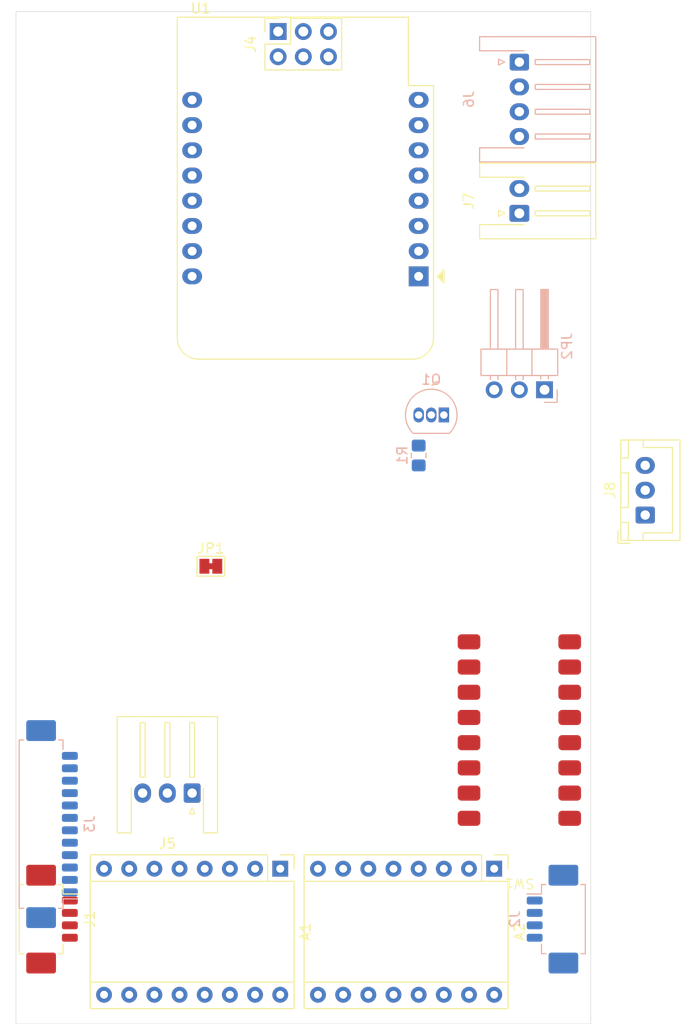
<source format=kicad_pcb>
(kicad_pcb (version 20240108) (generator "pcbnew") (generator_version "8.0")
  (layers (0 "F.Cu" signal) (31 "B.Cu" signal) (34 "B.Paste" user) (35 "F.Paste" user) (36 "B.SilkS" user "B.Silkscreen") (37 "F.SilkS" user "F.Silkscreen") (38 "B.Mask" user) (39 "F.Mask" user) (44 "Edge.Cuts" user))
  (net 0 "")
  (net 1 "P_CFG0")
  (net 2 "Net-(A1-1A)")
  (net 3 "GNDPWR")
  (net 4 "Net-(A1-DIR)")
  (net 5 "Net-(A1-~{ENABLE})")
  (net 6 "Net-(A1-1B)")
  (net 7 "P_CFG2")
  (net 8 "Net-(A1-2B)")
  (net 9 "VCC")
  (net 10 "Net-(A1-2A)")
  (net 11 "P_CFG1")
  (net 12 "Net-(A1-STEP)")
  (net 13 "P_CFG3")
  (net 15 "VDD")
  (net 16 "T_CFG1")
  (net 17 "T_CFG3")
  (net 18 "T_CFG2")
  (net 19 "Net-(A2-DIR)")
  (net 20 "Net-(A2-2A)")
  (net 22 "Net-(A2-1A)")
  (net 23 "Net-(A2-2B)")
  (net 24 "T_CFG0")
  (net 25 "Net-(A2-1B)")
  (net 26 "Net-(A2-STEP)")
  (net 27 "Net-(J3-Pin_11)")
  (net 28 "+5V")
  (net 29 "Net-(J3-Pin_12)")
  (net 30 "Net-(J4-Pin_3)")
  (net 31 "GNDD")
  (net 32 "SCL")
  (net 33 "SDA")
  (net 34 "Net-(J7-Pin_2)")
  (net 35 "Net-(J7-Pin_1)")
  (net 36 "Net-(J8-Pin_2)")
  (net 37 "Net-(Q1-B)")
  (net 38 "Net-(U1-MISO{slash}D6)")
  (footprint "Module:Pololu_Breakout-16_15.2x20.3mm" (layer "F.Cu") (at 99.06 137.16 -90)
    (property "Reference" "A2" (at 6.35 -2.54 90) (layer "F.SilkS"))
    (property "Value" "Stepper Driver Tilt")
    (fp_line (start -1.4 19.18) (end 14.1 19.18) (stroke (width 0.12)) (layer "F.SilkS"))
    (fp_line (start 14.1 19.18) (end 14.1 -1.4) (stroke (width 0.12)) (layer "F.SilkS"))
    (fp_line (start -1.4 1.27) (end -1.4 19.18) (stroke (width 0.12)) (layer "F.SilkS"))
    (fp_line (start 1.27 1.27) (end 1.27 19.18) (stroke (width 0.12)) (layer "F.SilkS"))
    (fp_line (start 1.27 1.27) (end -1.4 1.27) (stroke (width 0.12)) (layer "F.SilkS"))
    (fp_line (start -1.4 -1.4) (end -1.4 0) (stroke (width 0.12)) (layer "F.SilkS"))
    (fp_line (start 0 -1.4) (end -1.4 -1.4) (stroke (width 0.12)) (layer "F.SilkS"))
    (fp_line (start 1.27 -1.4) (end 1.27 1.27) (stroke (width 0.12)) (layer "F.SilkS"))
    (fp_line (start 11.43 -1.4) (end 11.43 19.18) (stroke (width 0.12)) (layer "F.SilkS"))
    (fp_line (start 14.1 -1.4) (end 1.27 -1.4) (stroke (width 0.12)) (layer "F.SilkS"))
    (pad "1" thru_hole rect (at 0 0 270) (size 1.6 1.6) (drill 0.8) (layers "*.Cu" "*.Mask") (net 3 "GNDPWR"))
    (pad "2" thru_hole oval (at 0 2.54 270) (size 1.6 1.6) (drill 0.8) (layers "*.Cu" "*.Mask") (net 15 "VDD"))
    (pad "3" thru_hole oval (at 0 5.08 270) (size 1.6 1.6) (drill 0.8) (layers "*.Cu" "*.Mask") (net 25 "Net-(A2-1B)"))
    (pad "4" thru_hole oval (at 0 7.62 270) (size 1.6 1.6) (drill 0.8) (layers "*.Cu" "*.Mask") (net 22 "Net-(A2-1A)"))
    (pad "5" thru_hole oval (at 0 10.16 270) (size 1.6 1.6) (drill 0.8) (layers "*.Cu" "*.Mask") (net 20 "Net-(A2-2A)"))
    (pad "6" thru_hole oval (at 0 12.7 270) (size 1.6 1.6) (drill 0.8) (layers "*.Cu" "*.Mask") (net 23 "Net-(A2-2B)"))
    (pad "7" thru_hole oval (at 0 15.24 270) (size 1.6 1.6) (drill 0.8) (layers "*.Cu" "*.Mask") (net 3 "GNDPWR"))
    (pad "8" thru_hole oval (at 0 17.78 270) (size 1.6 1.6) (drill 0.8) (layers "*.Cu" "*.Mask") (net 9 "VCC"))
    (pad "9" thru_hole oval (at 12.7 17.78 270) (size 1.6 1.6) (drill 0.8) (layers "*.Cu" "*.Mask") (net 5 "Net-(A1-~{ENABLE})"))
    (pad "10" thru_hole oval (at 12.7 15.24 270) (size 1.6 1.6) (drill 0.8) (layers "*.Cu" "*.Mask") (net 16 "T_CFG1"))
    (pad "11" thru_hole oval (at 12.7 12.7 270) (size 1.6 1.6) (drill 0.8) (layers "*.Cu" "*.Mask") (net 18 "T_CFG2"))
    (pad "12" thru_hole oval (at 12.7 10.16 270) (size 1.6 1.6) (drill 0.8) (layers "*.Cu" "*.Mask") (net 17 "T_CFG3"))
    (pad "13" thru_hole oval (at 12.7 7.62 270) (size 1.6 1.6) (drill 0.8) (layers "*.Cu" "*.Mask") (net 24 "T_CFG0"))
    (pad "14" thru_hole oval (at 12.7 5.08 270) (size 1.6 1.6) (drill 0.8) (layers "*.Cu" "*.Mask"))
    (pad "15" thru_hole oval (at 12.7 2.54 270) (size 1.6 1.6) (drill 0.8) (layers "*.Cu" "*.Mask") (net 26 "Net-(A2-STEP)"))
    (pad "16" thru_hole oval (at 12.7 0 270) (size 1.6 1.6) (drill 0.8) (layers "*.Cu" "*.Mask") (net 19 "Net-(A2-DIR)"))
  )
  (footprint "Connector_JST:JST_XH_S3B-XH-A-1_1x03_P2.50mm_Horizontal" (layer "F.Cu") (at 68.58 129.54 180)
    (property "Reference" "J5" (at 2.5 -5.1 0) (layer "F.SilkS"))
    (property "Value" "Vin")
    (fp_line (start 7.56 7.71) (end 7.56 -4.01) (stroke (width 0.12)) (layer "F.SilkS"))
    (fp_line (start 7.56 -4.01) (end 6.14 -4.01) (stroke (width 0.12)) (layer "F.SilkS"))
    (fp_line (start 6.14 -4.01) (end 6.14 0.49) (stroke (width 0.12)) (layer "F.SilkS"))
    (fp_line (start 5.25 7.1) (end 5.25 1.6) (stroke (width 0.12)) (layer "F.SilkS"))
    (fp_line (start 5.25 1.6) (end 4.75 1.6) (stroke (width 0.12)) (layer "F.SilkS"))
    (fp_line (start 4.75 7.1) (end 5.25 7.1) (stroke (width 0.12)) (layer "F.SilkS"))
    (fp_line (start 4.75 1.6) (end 4.75 7.1) (stroke (width 0.12)) (layer "F.SilkS"))
    (fp_line (start 2.75 7.1) (end 2.75 1.6) (stroke (width 0.12)) (layer "F.SilkS"))
    (fp_line (start 2.75 1.6) (end 2.25 1.6) (stroke (width 0.12)) (layer "F.SilkS"))
    (fp_line (start 2.5 7.71) (end 7.56 7.71) (stroke (width 0.12)) (layer "F.SilkS"))
    (fp_line (start 2.5 7.71) (end -2.56 7.71) (stroke (width 0.12)) (layer "F.SilkS"))
    (fp_line (start 2.25 7.1) (end 2.75 7.1) (stroke (width 0.12)) (layer "F.SilkS"))
    (fp_line (start 2.25 1.6) (end 2.25 7.1) (stroke (width 0.12)) (layer "F.SilkS"))
    (fp_line (start 0.3 -2.1) (end 0 -1.5) (stroke (width 0.12)) (layer "F.SilkS"))
    (fp_line (start 0.25 7.1) (end 0.25 1.6) (stroke (width 0.12)) (layer "F.SilkS"))
    (fp_line (start 0.25 1.6) (end -0.25 1.6) (stroke (width 0.12)) (layer "F.SilkS"))
    (fp_line (start 0 -1.5) (end -0.3 -2.1) (stroke (width 0.12)) (layer "F.SilkS"))
    (fp_line (start -0.25 7.1) (end 0.25 7.1) (stroke (width 0.12)) (layer "F.SilkS"))
    (fp_line (start -0.25 1.6) (end -0.25 7.1) (stroke (width 0.12)) (layer "F.SilkS"))
    (fp_line (start -0.3 -2.1) (end 0.3 -2.1) (stroke (width 0.12)) (layer "F.SilkS"))
    (fp_line (start -1.14 -4.01) (end -1.14 0.49) (stroke (width 0.12)) (layer "F.SilkS"))
    (fp_line (start -2.56 7.71) (end -2.56 -4.01) (stroke (width 0.12)) (layer "F.SilkS"))
    (fp_line (start -2.56 -4.01) (end -1.14 -4.01) (stroke (width 0.12)) (layer "F.SilkS"))
    (pad "1" thru_hole roundrect (at 0 0 180) (size 1.7 1.95) (drill 0.95) (layers "*.Cu" "*.Mask") (roundrect_rratio 0.147059) (net 3 "GNDPWR"))
    (pad "2" thru_hole oval (at 2.5 0 180) (size 1.7 1.95) (drill 0.95) (layers "*.Cu" "*.Mask") (net 28 "+5V"))
    (pad "3" thru_hole oval (at 5 0 180) (size 1.7 1.95) (drill 0.95) (layers "*.Cu" "*.Mask") (net 9 "VCC"))
  )
  (footprint "Button_Switch_SMD:DIP_Switch_8_2.54_wide" (layer "F.Cu") (at 101.6 123.19 180)
    (property "Reference" "SW1" (at 0 -15.47 180) (layer "F.SilkS") (effects (font (thickness 0.1))))
    (property "Value" "SW_CFG")
    (pad "1" smd roundrect (at -5.08 -8.89 180) (size 2.286 1.524) (layers "F.Cu" "F.Paste" "F.Mask"))
    (pad "2" smd roundrect (at -5.08 -6.35 180) (size 2.286 1.524) (layers "F.Cu" "F.Paste" "F.Mask"))
    (pad "3" smd roundrect (at -5.08 -3.81 180) (size 2.286 1.524) (layers "F.Cu" "F.Paste" "F.Mask"))
    (pad "4" smd roundrect (at -5.08 -1.27 180) (size 2.286 1.524) (layers "F.Cu" "F.Paste" "F.Mask"))
    (pad "5" smd roundrect (at -5.08 1.27 180) (size 2.286 1.524) (layers "F.Cu" "F.Paste" "F.Mask"))
    (pad "6" smd roundrect (at -5.08 3.81 180) (size 2.286 1.524) (layers "F.Cu" "F.Paste" "F.Mask"))
    (pad "7" smd roundrect (at -5.08 6.35 180) (size 2.286 1.524) (layers "F.Cu" "F.Paste" "F.Mask"))
    (pad "8" smd roundrect (at -5.08 8.89 180) (size 2.286 1.524) (layers "F.Cu" "F.Paste" "F.Mask"))
    (pad "9" smd roundrect (at 5.08 8.89 180) (size 2.286 1.524) (layers "F.Cu" "F.Paste" "F.Mask"))
    (pad "10" smd roundrect (at 5.08 6.35 180) (size 2.286 1.524) (layers "F.Cu" "F.Paste" "F.Mask"))
    (pad "11" smd roundrect (at 5.08 3.81 180) (size 2.286 1.524) (layers "F.Cu" "F.Paste" "F.Mask"))
    (pad "12" smd roundrect (at 5.08 1.27 180) (size 2.286 1.524) (layers "F.Cu" "F.Paste" "F.Mask"))
    (pad "13" smd roundrect (at 5.08 -1.27 180) (size 2.286 1.524) (layers "F.Cu" "F.Paste" "F.Mask"))
    (pad "14" smd roundrect (at 5.08 -3.81 180) (size 2.286 1.524) (layers "F.Cu" "F.Paste" "F.Mask"))
    (pad "15" smd roundrect (at 5.08 -6.35 180) (size 2.286 1.524) (layers "F.Cu" "F.Paste" "F.Mask"))
    (pad "16" smd roundrect (at 5.08 -8.89 180) (size 2.286 1.524) (layers "F.Cu" "F.Paste" "F.Mask"))
  )
  (footprint "MountingHole:MountingHole_3.2mm_M3" (layer "F.Cu") (at 55.8 97.8)
    (property "Reference" "H1" (hide yes))
    (property "Value" "MountingHole")
    (pad "" np_thru_hole circle (at 0 0) (size 3.2 3.2) (drill 3.2) (layers "*.Cu" "*.Mask"))
  )
  (footprint "Connector_JST:JST_XH_B3B-XH-A_1x03_P2.50mm_Vertical" (layer "F.Cu") (at 114.3 101.52 90)
    (property "Reference" "J8" (at 2.5 -3.55 90) (layer "F.SilkS"))
    (property "Value" "Tilt Sensor")
    (fp_line (start -1.6 -2.75) (end -2.85 -2.75) (stroke (width 0.12)) (layer "F.SilkS"))
    (fp_line (start -2.85 -2.75) (end -2.85 -1.5) (stroke (width 0.12)) (layer "F.SilkS"))
    (fp_line (start 7.56 -2.46) (end -2.56 -2.46) (stroke (width 0.12)) (layer "F.SilkS"))
    (fp_line (start -2.56 -2.46) (end -2.56 3.51) (stroke (width 0.12)) (layer "F.SilkS"))
    (fp_line (start 7.55 -2.45) (end 5.75 -2.45) (stroke (width 0.12)) (layer "F.SilkS"))
    (fp_line (start 5.75 -2.45) (end 5.75 -1.7) (stroke (width 0.12)) (layer "F.SilkS"))
    (fp_line (start 4.25 -2.45) (end 0.75 -2.45) (stroke (width 0.12)) (layer "F.SilkS"))
    (fp_line (start 0.75 -2.45) (end 0.75 -1.7) (stroke (width 0.12)) (layer "F.SilkS"))
    (fp_line (start -0.75 -2.45) (end -2.55 -2.45) (stroke (width 0.12)) (layer "F.SilkS"))
    (fp_line (start -2.55 -2.45) (end -2.55 -1.7) (stroke (width 0.12)) (layer "F.SilkS"))
    (fp_line (start 7.55 -1.7) (end 7.55 -2.45) (stroke (width 0.12)) (layer "F.SilkS"))
    (fp_line (start 5.75 -1.7) (end 7.55 -1.7) (stroke (width 0.12)) (layer "F.SilkS"))
    (fp_line (start 4.25 -1.7) (end 4.25 -2.45) (stroke (width 0.12)) (layer "F.SilkS"))
    (fp_line (start 0.75 -1.7) (end 4.25 -1.7) (stroke (width 0.12)) (layer "F.SilkS"))
    (fp_line (start -0.75 -1.7) (end -0.75 -2.45) (stroke (width 0.12)) (layer "F.SilkS"))
    (fp_line (start -2.55 -1.7) (end -0.75 -1.7) (stroke (width 0.12)) (layer "F.SilkS"))
    (fp_line (start 7.55 -0.2) (end 6.8 -0.2) (stroke (width 0.12)) (layer "F.SilkS"))
    (fp_line (start 6.8 -0.2) (end 6.8 2.75) (stroke (width 0.12)) (layer "F.SilkS"))
    (fp_line (start -1.8 -0.2) (end -1.8 2.75) (stroke (width 0.12)) (layer "F.SilkS"))
    (fp_line (start -2.55 -0.2) (end -1.8 -0.2) (stroke (width 0.12)) (layer "F.SilkS"))
    (fp_line (start 6.8 2.75) (end 2.5 2.75) (stroke (width 0.12)) (layer "F.SilkS"))
    (fp_line (start -1.8 2.75) (end 2.5 2.75) (stroke (width 0.12)) (layer "F.SilkS"))
    (fp_line (start 7.56 3.51) (end 7.56 -2.46) (stroke (width 0.12)) (layer "F.SilkS"))
    (fp_line (start -2.56 3.51) (end 7.56 3.51) (stroke (width 0.12)) (layer "F.SilkS"))
    (pad "1" thru_hole roundrect (at 0 0 90) (size 1.7 1.95) (drill 0.95) (layers "*.Cu" "*.Mask") (roundrect_rratio 0.147059) (net 15 "VDD"))
    (pad "2" thru_hole oval (at 2.5 0 90) (size 1.7 1.95) (drill 0.95) (layers "*.Cu" "*.Mask") (net 36 "Net-(J8-Pin_2)"))
    (pad "3" thru_hole oval (at 5 0 90) (size 1.7 1.95) (drill 0.95) (layers "*.Cu" "*.Mask") (net 31 "GNDD"))
  )
  (footprint "Connector_JST:JST_XH_S2B-XH-A-1_1x02_P2.50mm_Horizontal" (layer "F.Cu") (at 101.6 71.12 90)
    (property "Reference" "J7" (at 1.25 -5.1 90) (layer "F.SilkS"))
    (property "Value" "power_switched")
    (fp_line (start 5.06 -4.01) (end 3.64 -4.01) (stroke (width 0.12)) (layer "F.SilkS"))
    (fp_line (start 3.64 -4.01) (end 3.64 0.49) (stroke (width 0.12)) (layer "F.SilkS"))
    (fp_line (start -1.14 -4.01) (end -1.14 0.49) (stroke (width 0.12)) (layer "F.SilkS"))
    (fp_line (start -2.56 -4.01) (end -1.14 -4.01) (stroke (width 0.12)) (layer "F.SilkS"))
    (fp_line (start 0.3 -2.1) (end 0 -1.5) (stroke (width 0.12)) (layer "F.SilkS"))
    (fp_line (start -0.3 -2.1) (end 0.3 -2.1) (stroke (width 0.12)) (layer "F.SilkS"))
    (fp_line (start 0 -1.5) (end -0.3 -2.1) (stroke (width 0.12)) (layer "F.SilkS"))
    (fp_line (start 2.75 1.6) (end 2.25 1.6) (stroke (width 0.12)) (layer "F.SilkS"))
    (fp_line (start 2.25 1.6) (end 2.25 7.1) (stroke (width 0.12)) (layer "F.SilkS"))
    (fp_line (start 0.25 1.6) (end -0.25 1.6) (stroke (width 0.12)) (layer "F.SilkS"))
    (fp_line (start -0.25 1.6) (end -0.25 7.1) (stroke (width 0.12)) (layer "F.SilkS"))
    (fp_line (start 2.75 7.1) (end 2.75 1.6) (stroke (width 0.12)) (layer "F.SilkS"))
    (fp_line (start 2.25 7.1) (end 2.75 7.1) (stroke (width 0.12)) (layer "F.SilkS"))
    (fp_line (start 0.25 7.1) (end 0.25 1.6) (stroke (width 0.12)) (layer "F.SilkS"))
    (fp_line (start -0.25 7.1) (end 0.25 7.1) (stroke (width 0.12)) (layer "F.SilkS"))
    (fp_line (start 5.06 7.71) (end 5.06 -4.01) (stroke (width 0.12)) (layer "F.SilkS"))
    (fp_line (start 1.25 7.71) (end 5.06 7.71) (stroke (width 0.12)) (layer "F.SilkS"))
    (fp_line (start 1.25 7.71) (end -2.56 7.71) (stroke (width 0.12)) (layer "F.SilkS"))
    (fp_line (start -2.56 7.71) (end -2.56 -4.01) (stroke (width 0.12)) (layer "F.SilkS"))
    (pad "1" thru_hole roundrect (at 0 0 90) (size 1.7 2) (drill 1) (layers "*.Cu" "*.Mask") (roundrect_rratio 0.147059) (net 35 "Net-(J7-Pin_1)"))
    (pad "2" thru_hole oval (at 2.5 0 90) (size 1.7 2) (drill 1) (layers "*.Cu" "*.Mask") (net 34 "Net-(J7-Pin_2)"))
  )
  (footprint "Connector_Molex:Molex_PicoBlade_53261-0471_1x04-1MP_P1.25mm_Horizontal" (layer "F.Cu") (at 53.84 142.24 -90)
    (property "Reference" "J1" (at 0 -4.4 90) (layer "F.SilkS"))
    (property "Value" "Stepper_Pan")
    (fp_line (start -3.485 2.71) (end 3.485 2.71) (stroke (width 0.12)) (layer "F.SilkS"))
    (fp_line (start 3.485 2.71) (end 3.485 2.26) (stroke (width 0.12)) (layer "F.SilkS"))
    (fp_line (start -3.485 2.26) (end -3.485 2.71) (stroke (width 0.12)) (layer "F.SilkS"))
    (fp_line (start -3.485 -1.26) (end -3.485 -1.71) (stroke (width 0.12)) (layer "F.SilkS"))
    (fp_line (start 3.485 -1.26) (end 3.485 -1.71) (stroke (width 0.12)) (layer "F.SilkS"))
    (fp_line (start -3.485 -1.71) (end -2.535 -1.71) (stroke (width 0.12)) (layer "F.SilkS"))
    (fp_line (start -2.535 -1.71) (end -2.535 -3.2) (stroke (width 0.12)) (layer "F.SilkS"))
    (fp_line (start 3.485 -1.71) (end 2.535 -1.71) (stroke (width 0.12)) (layer "F.SilkS"))
    (pad "1" smd roundrect (at -1.875 -2.4 270) (size 0.8 1.6) (layers "F.Cu" "F.Paste" "F.Mask") (net 6 "Net-(A1-1B)"))
    (pad "2" smd roundrect (at -0.625 -2.4 270) (size 0.8 1.6) (layers "F.Cu" "F.Paste" "F.Mask") (net 2 "Net-(A1-1A)"))
    (pad "3" smd roundrect (at 0.625 -2.4 270) (size 0.8 1.6) (layers "F.Cu" "F.Paste" "F.Mask") (net 10 "Net-(A1-2A)"))
    (pad "4" smd roundrect (at 1.875 -2.4 270) (size 0.8 1.6) (layers "F.Cu" "F.Paste" "F.Mask") (net 8 "Net-(A1-2B)"))
    (pad "MP" smd roundrect (at -4.425 0.5 270) (size 2.1 3) (layers "F.Cu" "F.Paste" "F.Mask") (roundrect_rratio 0.119048))
    (pad "MP" smd roundrect (at 4.425 0.5 270) (size 2.1 3) (layers "F.Cu" "F.Paste" "F.Mask") (roundrect_rratio 0.119048))
  )
  (footprint "Connector_PinSocket_2.54mm:PinSocket_2x03_P2.54mm_Vertical" (layer "F.Cu") (at 77.26 52.8 90)
    (property "Reference" "J4" (at -1.27 -2.77 90) (layer "F.SilkS"))
    (property "Value" "Pan Sensor")
    (fp_line (start 1.33 -1.33) (end 1.33 0) (stroke (width 0.12)) (layer "F.SilkS"))
    (fp_line (start 0 -1.33) (end 1.33 -1.33) (stroke (width 0.12)) (layer "F.SilkS"))
    (fp_line (start -1.27 -1.33) (end -1.27 1.27) (stroke (width 0.12)) (layer "F.SilkS"))
    (fp_line (start -3.87 -1.33) (end -1.27 -1.33) (stroke (width 0.12)) (layer "F.SilkS"))
    (fp_line (start -3.87 -1.33) (end -3.87 6.41) (stroke (width 0.12)) (layer "F.SilkS"))
    (fp_line (start 1.33 1.27) (end 1.33 6.41) (stroke (width 0.12)) (layer "F.SilkS"))
    (fp_line (start -1.27 1.27) (end 1.33 1.27) (stroke (width 0.12)) (layer "F.SilkS"))
    (fp_line (start -3.87 6.41) (end 1.33 6.41) (stroke (width 0.12)) (layer "F.SilkS"))
    (pad "1" thru_hole rect (at 0 0 90) (size 1.7 1.7) (drill 1) (layers "*.Cu" "*.Mask") (net 15 "VDD"))
    (pad "2" thru_hole oval (at -2.54 0 90) (size 1.7 1.7) (drill 1) (layers "*.Cu" "*.Mask") (net 15 "VDD"))
    (pad "3" thru_hole oval (at 0 2.54 90) (size 1.7 1.7) (drill 1) (layers "*.Cu" "*.Mask") (net 30 "Net-(J4-Pin_3)"))
    (pad "4" thru_hole oval (at -2.54 2.54 90) (size 1.7 1.7) (drill 1) (layers "*.Cu" "*.Mask") (net 30 "Net-(J4-Pin_3)"))
    (pad "5" thru_hole oval (at 0 5.08 90) (size 1.7 1.7) (drill 1) (layers "*.Cu" "*.Mask") (net 31 "GNDD"))
    (pad "6" thru_hole oval (at -2.54 5.08 90) (size 1.7 1.7) (drill 1) (layers "*.Cu" "*.Mask") (net 31 "GNDD"))
  )
  (footprint "MountingHole:MountingHole_3.2mm_M3" (layer "F.Cu") (at 103.8 97.8)
    (property "Reference" "H2" (hide yes))
    (property "Value" "MountingHole")
    (pad "" np_thru_hole circle (at 0 0) (size 3.2 3.2) (drill 3.2) (layers "*.Cu" "*.Mask"))
  )
  (footprint "Module:Pololu_Breakout-16_15.2x20.3mm" (layer "F.Cu") (at 77.47 137.16 -90)
    (property "Reference" "A1" (at 6.35 -2.54 90) (layer "F.SilkS"))
    (property "Value" "Stepper Driver Pan")
    (fp_line (start -1.4 19.18) (end 14.1 19.18) (stroke (width 0.12)) (layer "F.SilkS"))
    (fp_line (start 14.1 19.18) (end 14.1 -1.4) (stroke (width 0.12)) (layer "F.SilkS"))
    (fp_line (start -1.4 1.27) (end -1.4 19.18) (stroke (width 0.12)) (layer "F.SilkS"))
    (fp_line (start 1.27 1.27) (end 1.27 19.18) (stroke (width 0.12)) (layer "F.SilkS"))
    (fp_line (start 1.27 1.27) (end -1.4 1.27) (stroke (width 0.12)) (layer "F.SilkS"))
    (fp_line (start -1.4 -1.4) (end -1.4 0) (stroke (width 0.12)) (layer "F.SilkS"))
    (fp_line (start 0 -1.4) (end -1.4 -1.4) (stroke (width 0.12)) (layer "F.SilkS"))
    (fp_line (start 1.27 -1.4) (end 1.27 1.27) (stroke (width 0.12)) (layer "F.SilkS"))
    (fp_line (start 11.43 -1.4) (end 11.43 19.18) (stroke (width 0.12)) (layer "F.SilkS"))
    (fp_line (start 14.1 -1.4) (end 1.27 -1.4) (stroke (width 0.12)) (layer "F.SilkS"))
    (pad "1" thru_hole rect (at 0 0 270) (size 1.6 1.6) (drill 0.8) (layers "*.Cu" "*.Mask") (net 3 "GNDPWR"))
    (pad "2" thru_hole oval (at 0 2.54 270) (size 1.6 1.6) (drill 0.8) (layers "*.Cu" "*.Mask") (net 15 "VDD"))
    (pad "3" thru_hole oval (at 0 5.08 270) (size 1.6 1.6) (drill 0.8) (layers "*.Cu" "*.Mask") (net 6 "Net-(A1-1B)"))
    (pad "4" thru_hole oval (at 0 7.62 270) (size 1.6 1.6) (drill 0.8) (layers "*.Cu" "*.Mask") (net 2 "Net-(A1-1A)"))
    (pad "5" thru_hole oval (at 0 10.16 270) (size 1.6 1.6) (drill 0.8) (layers "*.Cu" "*.Mask") (net 10 "Net-(A1-2A)"))
    (pad "6" thru_hole oval (at 0 12.7 270) (size 1.6 1.6) (drill 0.8) (layers "*.Cu" "*.Mask") (net 8 "Net-(A1-2B)"))
    (pad "7" thru_hole oval (at 0 15.24 270) (size 1.6 1.6) (drill 0.8) (layers "*.Cu" "*.Mask") (net 3 "GNDPWR"))
    (pad "8" thru_hole oval (at 0 17.78 270) (size 1.6 1.6) (drill 0.8) (layers "*.Cu" "*.Mask") (net 9 "VCC"))
    (pad "9" thru_hole oval (at 12.7 17.78 270) (size 1.6 1.6) (drill 0.8) (layers "*.Cu" "*.Mask") (net 5 "Net-(A1-~{ENABLE})"))
    (pad "10" thru_hole oval (at 12.7 15.24 270) (size 1.6 1.6) (drill 0.8) (layers "*.Cu" "*.Mask") (net 11 "P_CFG1"))
    (pad "11" thru_hole oval (at 12.7 12.7 270) (size 1.6 1.6) (drill 0.8) (layers "*.Cu" "*.Mask") (net 7 "P_CFG2"))
    (pad "12" thru_hole oval (at 12.7 10.16 270) (size 1.6 1.6) (drill 0.8) (layers "*.Cu" "*.Mask") (net 13 "P_CFG3"))
    (pad "13" thru_hole oval (at 12.7 7.62 270) (size 1.6 1.6) (drill 0.8) (layers "*.Cu" "*.Mask") (net 1 "P_CFG0"))
    (pad "14" thru_hole oval (at 12.7 5.08 270) (size 1.6 1.6) (drill 0.8) (layers "*.Cu" "*.Mask"))
    (pad "15" thru_hole oval (at 12.7 2.54 270) (size 1.6 1.6) (drill 0.8) (layers "*.Cu" "*.Mask") (net 12 "Net-(A1-STEP)"))
    (pad "16" thru_hole oval (at 12.7 0 270) (size 1.6 1.6) (drill 0.8) (layers "*.Cu" "*.Mask") (net 4 "Net-(A1-DIR)"))
  )
  (footprint "RF_Module:WEMOS_D1_mini_light" (layer "F.Cu") (at 91.44 77.47 180)
    (property "Reference" "U1" (at 22 27 360) (layer "F.SilkS"))
    (property "Value" "WEMOS_D1_mini")
    (fp_line (start 24.36 26.12) (end 24.36 -6.21) (stroke (width 0.12)) (layer "F.SilkS"))
    (fp_line (start 22.24 -8.34) (end 0.63 -8.34) (stroke (width 0.12)) (layer "F.SilkS"))
    (fp_line (start 1.04 26.12) (end 24.36 26.12) (stroke (width 0.12)) (layer "F.SilkS"))
    (fp_line (start 1.04 19.22) (end 1.04 26.12) (stroke (width 0.12)) (layer "F.SilkS"))
    (fp_line (start -1.5 19.22) (end 1.04 19.22) (stroke (width 0.12)) (layer "F.SilkS"))
    (fp_line (start -1.5 19.22) (end -1.5 -6.21) (stroke (width 0.12)) (layer "F.SilkS"))
    (fp_arc (start 22.23 -8.34) (mid 23.736137 -7.716137) (end 24.36 -6.21) (stroke (width 0.12)) (layer "F.SilkS"))
    (fp_arc (start -1.5 -6.21) (mid -0.876137 -7.716137) (end 0.63 -8.34) (stroke (width 0.12)) (layer "F.SilkS"))
    (fp_poly (pts (xy -2.54 -0.635) (xy -2.54 0.635) (xy -1.905 0)) (stroke (width 0.15)) (fill solid) (layer "F.SilkS"))
    (pad "1" thru_hole rect (at 0 0 180) (size 2 2) (drill 0.9) (layers "*.Cu" "*.Mask"))
    (pad "2" thru_hole oval (at 0 2.54 180) (size 2 1.6) (drill 0.9) (layers "*.Cu" "*.Mask") (net 36 "Net-(J8-Pin_2)"))
    (pad "3" thru_hole oval (at 0 5.08 180) (size 2 1.6) (drill 0.9) (layers "*.Cu" "*.Mask") (net 5 "Net-(A1-~{ENABLE})"))
    (pad "4" thru_hole oval (at 0 7.62 180) (size 2 1.6) (drill 0.9) (layers "*.Cu" "*.Mask") (net 30 "Net-(J4-Pin_3)"))
    (pad "5" thru_hole oval (at 0 10.16 180) (size 2 1.6) (drill 0.9) (layers "*.Cu" "*.Mask") (net 38 "Net-(U1-MISO{slash}D6)"))
    (pad "6" thru_hole oval (at 0 12.7 180) (size 2 1.6) (drill 0.9) (layers "*.Cu" "*.Mask") (net 26 "Net-(A2-STEP)"))
    (pad "7" thru_hole oval (at 0 15.24 180) (size 2 1.6) (drill 0.9) (layers "*.Cu" "*.Mask") (net 12 "Net-(A1-STEP)"))
    (pad "8" thru_hole oval (at 0 17.78 180) (size 2 1.6) (drill 0.9) (layers "*.Cu" "*.Mask") (net 15 "VDD"))
    (pad "9" thru_hole oval (at 22.86 17.78 180) (size 2 1.6) (drill 0.9) (layers "*.Cu" "*.Mask") (net 28 "+5V"))
    (pad "10" thru_hole oval (at 22.86 15.24 180) (size 2 1.6) (drill 0.9) (layers "*.Cu" "*.Mask") (net 31 "GNDD"))
    (pad "11" thru_hole oval (at 22.86 12.7 180) (size 2 1.6) (drill 0.9) (layers "*.Cu" "*.Mask") (net 19 "Net-(A2-DIR)"))
    (pad "12" thru_hole oval (at 22.86 10.16 180) (size 2 1.6) (drill 0.9) (layers "*.Cu" "*.Mask") (net 4 "Net-(A1-DIR)"))
    (pad "13" thru_hole oval (at 22.86 7.62 180) (size 2 1.6) (drill 0.9) (layers "*.Cu" "*.Mask") (net 33 "SDA"))
    (pad "14" thru_hole oval (at 22.86 5.08 180) (size 2 1.6) (drill 0.9) (layers "*.Cu" "*.Mask") (net 32 "SCL"))
    (pad "15" thru_hole oval (at 22.86 2.54 180) (size 2 1.6) (drill 0.9) (layers "*.Cu" "*.Mask") (net 29 "Net-(J3-Pin_12)"))
    (pad "16" thru_hole oval (at 22.86 0 180) (size 2 1.6) (drill 0.9) (layers "*.Cu" "*.Mask") (net 27 "Net-(J3-Pin_11)"))
  )
  (footprint "Jumper:SolderJumper-2_P1.3mm_Bridged_Pad1.0x1.5mm" (layer "F.Cu") (at 70.47 106.68)
    (property "Reference" "JP1" (at 0 -1.8 0) (layer "F.SilkS"))
    (property "Value" "starground")
    (fp_poly (pts (xy -0.25 -0.3) (xy 0.25 -0.3) (xy 0.25 0.3) (xy -0.25 0.3)) (fill solid) (layer "F.Cu"))
    (fp_line (start -1.4 -1) (end 1.4 -1) (stroke (width 0.12)) (layer "F.SilkS"))
    (fp_line (start -1.4 1) (end -1.4 -1) (stroke (width 0.12)) (layer "F.SilkS"))
    (fp_line (start 1.4 -1) (end 1.4 1) (stroke (width 0.12)) (layer "F.SilkS"))
    (fp_line (start 1.4 1) (end -1.4 1) (stroke (width 0.12)) (layer "F.SilkS"))
    (pad "1" smd rect (at -0.65 0) (size 1 1.5) (layers "F.Cu" "F.Mask") (net 31 "GNDD"))
    (pad "2" smd rect (at 0.65 0) (size 1 1.5) (layers "F.Cu" "F.Mask") (net 3 "GNDPWR"))
  )
  (footprint "Connector_Molex:Molex_PicoBlade_53261-1271_1x12-1MP_P1.25mm_Horizontal" (layer "B.Cu") (at 53.84 132.665 90)
    (property "Reference" "J3" (at 0 4.4 90) (layer "B.SilkS") (effects (justify mirror)))
    (property "Value" "slipring")
    (fp_line (start 8.485 -2.71) (end -8.485 -2.71) (stroke (width 0.12)) (layer "B.SilkS"))
    (fp_line (start -8.485 -2.71) (end -8.485 -2.26) (stroke (width 0.12)) (layer "B.SilkS"))
    (fp_line (start 8.485 -2.26) (end 8.485 -2.71) (stroke (width 0.12)) (layer "B.SilkS"))
    (fp_line (start 8.485 1.71) (end 8.485 1.26) (stroke (width 0.12)) (layer "B.SilkS"))
    (fp_line (start 7.535 1.71) (end 8.485 1.71) (stroke (width 0.12)) (layer "B.SilkS"))
    (fp_line (start -7.535 1.71) (end -8.485 1.71) (stroke (width 0.12)) (layer "B.SilkS"))
    (fp_line (start -8.485 1.71) (end -8.485 1.26) (stroke (width 0.12)) (layer "B.SilkS"))
    (fp_line (start -7.535 3.2) (end -7.535 1.71) (stroke (width 0.12)) (layer "B.SilkS"))
    (pad "1" smd roundrect (at -6.875 2.4 90) (size 0.8 1.6) (layers "B.Cu" "B.Paste" "B.Mask") (net 9 "VCC"))
    (pad "2" smd roundrect (at -5.625 2.4 90) (size 0.8 1.6) (layers "B.Cu" "B.Paste" "B.Mask") (net 3 "GNDPWR"))
    (pad "3" smd roundrect (at -4.375 2.4 90) (size 0.8 1.6) (layers "B.Cu" "B.Paste" "B.Mask") (net 9 "VCC"))
    (pad "4" smd roundrect (at -3.125 2.4 90) (size 0.8 1.6) (layers "B.Cu" "B.Paste" "B.Mask") (net 3 "GNDPWR"))
    (pad "5" smd roundrect (at -1.875 2.4 90) (size 0.8 1.6) (layers "B.Cu" "B.Paste" "B.Mask") (net 9 "VCC"))
    (pad "6" smd roundrect (at -0.625 2.4 90) (size 0.8 1.6) (layers "B.Cu" "B.Paste" "B.Mask") (net 3 "GNDPWR"))
    (pad "7" smd roundrect (at 0.625 2.4 90) (size 0.8 1.6) (layers "B.Cu" "B.Paste" "B.Mask") (net 28 "+5V"))
    (pad "8" smd roundrect (at 1.875 2.4 90) (size 0.8 1.6) (layers "B.Cu" "B.Paste" "B.Mask") (net 3 "GNDPWR"))
    (pad "9" smd roundrect (at 3.125 2.4 90) (size 0.8 1.6) (layers "B.Cu" "B.Paste" "B.Mask") (net 28 "+5V"))
    (pad "10" smd roundrect (at 4.375 2.4 90) (size 0.8 1.6) (layers "B.Cu" "B.Paste" "B.Mask") (net 3 "GNDPWR"))
    (pad "11" smd roundrect (at 5.625 2.4 90) (size 0.8 1.6) (layers "B.Cu" "B.Paste" "B.Mask") (net 27 "Net-(J3-Pin_11)"))
    (pad "12" smd roundrect (at 6.875 2.4 90) (size 0.8 1.6) (layers "B.Cu" "B.Paste" "B.Mask") (net 29 "Net-(J3-Pin_12)"))
    (pad "MP" smd roundrect (at -9.425 -0.5 90) (size 2.1 3) (layers "B.Cu" "B.Paste" "B.Mask") (roundrect_rratio 0.119048))
    (pad "MP" smd roundrect (at 9.425 -0.5 90) (size 2.1 3) (layers "B.Cu" "B.Paste" "B.Mask") (roundrect_rratio 0.119048))
  )
  (footprint "Connector_JST:JST_XH_S4B-XH-A-1_1x04_P2.50mm_Horizontal" (layer "B.Cu") (at 101.6 55.88 -90)
    (property "Reference" "J6" (at 3.75 5.1 90) (layer "B.SilkS") (effects (justify mirror)))
    (property "Value" "I2C")
    (fp_line (start -2.56 4.01) (end -2.56 -7.71) (stroke (width 0.12)) (layer "B.SilkS"))
    (fp_line (start -1.14 4.01) (end -2.56 4.01) (stroke (width 0.12)) (layer "B.SilkS"))
    (fp_line (start 8.64 4.01) (end 10.06 4.01) (stroke (width 0.12)) (layer "B.SilkS"))
    (fp_line (start 10.06 4.01) (end 10.06 -7.71) (stroke (width 0.12)) (layer "B.SilkS"))
    (fp_line (start -0.3 2.1) (end 0 1.5) (stroke (width 0.12)) (layer "B.SilkS"))
    (fp_line (start 0.3 2.1) (end -0.3 2.1) (stroke (width 0.12)) (layer "B.SilkS"))
    (fp_line (start 0 1.5) (end 0.3 2.1) (stroke (width 0.12)) (layer "B.SilkS"))
    (fp_line (start -1.14 -0.49) (end -1.14 4.01) (stroke (width 0.12)) (layer "B.SilkS"))
    (fp_line (start 8.64 -0.49) (end 8.64 4.01) (stroke (width 0.12)) (layer "B.SilkS"))
    (fp_line (start -0.25 -1.6) (end 0.25 -1.6) (stroke (width 0.12)) (layer "B.SilkS"))
    (fp_line (start 0.25 -1.6) (end 0.25 -7.1) (stroke (width 0.12)) (layer "B.SilkS"))
    (fp_line (start 2.25 -1.6) (end 2.75 -1.6) (stroke (width 0.12)) (layer "B.SilkS"))
    (fp_line (start 2.75 -1.6) (end 2.75 -7.1) (stroke (width 0.12)) (layer "B.SilkS"))
    (fp_line (start 4.75 -1.6) (end 5.25 -1.6) (stroke (width 0.12)) (layer "B.SilkS"))
    (fp_line (start 5.25 -1.6) (end 5.25 -7.1) (stroke (width 0.12)) (layer "B.SilkS"))
    (fp_line (start 7.25 -1.6) (end 7.75 -1.6) (stroke (width 0.12)) (layer "B.SilkS"))
    (fp_line (start 7.75 -1.6) (end 7.75 -7.1) (stroke (width 0.12)) (layer "B.SilkS"))
    (fp_line (start -0.25 -7.1) (end -0.25 -1.6) (stroke (width 0.12)) (layer "B.SilkS"))
    (fp_line (start 0.25 -7.1) (end -0.25 -7.1) (stroke (width 0.12)) (layer "B.SilkS"))
    (fp_line (start 2.25 -7.1) (end 2.25 -1.6) (stroke (width 0.12)) (layer "B.SilkS"))
    (fp_line (start 2.75 -7.1) (end 2.25 -7.1) (stroke (width 0.12)) (layer "B.SilkS"))
    (fp_line (start 4.75 -7.1) (end 4.75 -1.6) (stroke (width 0.12)) (layer "B.SilkS"))
    (fp_line (start 5.25 -7.1) (end 4.75 -7.1) (stroke (width 0.12)) (layer "B.SilkS"))
    (fp_line (start 7.25 -7.1) (end 7.25 -1.6) (stroke (width 0.12)) (layer "B.SilkS"))
    (fp_line (start 7.75 -7.1) (end 7.25 -7.1) (stroke (width 0.12)) (layer "B.SilkS"))
    (fp_line (start -2.56 -7.71) (end 3.75 -7.71) (stroke (width 0.12)) (layer "B.SilkS"))
    (fp_line (start 10.06 -7.71) (end 3.75 -7.71) (stroke (width 0.12)) (layer "B.SilkS"))
    (pad "1" thru_hole roundrect (at 0 0 270) (size 1.7 1.95) (drill 0.95) (layers "*.Cu" "*.Mask") (roundrect_rratio 0.147059) (net 15 "VDD"))
    (pad "2" thru_hole oval (at 2.5 0 270) (size 1.7 1.95) (drill 0.95) (layers "*.Cu" "*.Mask") (net 33 "SDA"))
    (pad "3" thru_hole oval (at 5 0 270) (size 1.7 1.95) (drill 0.95) (layers "*.Cu" "*.Mask") (net 32 "SCL"))
    (pad "4" thru_hole oval (at 7.5 0 270) (size 1.7 1.95) (drill 0.95) (layers "*.Cu" "*.Mask") (net 31 "GNDD"))
  )
  (footprint "Package_TO_SOT_THT:TO-92_Inline" (layer "B.Cu") (at 93.98 91.44 180)
    (property "Reference" "Q1" (at 1.27 3.56 0) (layer "B.SilkS") (effects (justify mirror)))
    (property "Value" "BC337")
    (fp_line (start 3.07 -1.85) (end -0.53 -1.85) (stroke (width 0.12)) (layer "B.SilkS"))
    (fp_arc (start 3.108478 -1.838478) (mid 3.672087 0.994977) (end 1.27 2.6) (stroke (width 0.12)) (layer "B.SilkS"))
    (fp_arc (start 1.27 2.6) (mid -1.132087 0.994977) (end -0.568478 -1.838478) (stroke (width 0.12)) (layer "B.SilkS"))
    (pad "1" thru_hole rect (at 0 0 180) (size 1.05 1.5) (drill 0.75) (layers "*.Cu" "*.Mask") (net 34 "Net-(J7-Pin_2)"))
    (pad "2" thru_hole oval (at 1.27 0 180) (size 1.05 1.5) (drill 0.75) (layers "*.Cu" "*.Mask") (net 37 "Net-(Q1-B)"))
    (pad "3" thru_hole oval (at 2.54 0 180) (size 1.05 1.5) (drill 0.75) (layers "*.Cu" "*.Mask") (net 3 "GNDPWR"))
  )
  (footprint "Connector_PinHeader_2.54mm:PinHeader_1x03_P2.54mm_Horizontal" (layer "B.Cu") (at 104.14 88.9 90)
    (property "Reference" "JP2" (at 4.385 2.27 90) (layer "B.SilkS") (effects (justify mirror)))
    (property "Value" "SolderJumper_3_Open")
    (fp_line (start 4.1 -6.41) (end 1.44 -6.41) (stroke (width 0.12)) (layer "B.SilkS"))
    (fp_line (start 1.44 -6.41) (end 1.44 1.33) (stroke (width 0.12)) (layer "B.SilkS"))
    (fp_line (start 10.1 -5.46) (end 10.1 -4.7) (stroke (width 0.12)) (layer "B.SilkS"))
    (fp_line (start 4.1 -5.46) (end 10.1 -5.46) (stroke (width 0.12)) (layer "B.SilkS"))
    (fp_line (start 1.44 -5.46) (end 1.042929 -5.46) (stroke (width 0.12)) (layer "B.SilkS"))
    (fp_line (start 10.1 -4.7) (end 4.1 -4.7) (stroke (width 0.12)) (layer "B.SilkS"))
    (fp_line (start 1.44 -4.7) (end 1.042929 -4.7) (stroke (width 0.12)) (layer "B.SilkS"))
    (fp_line (start 4.1 -3.81) (end 1.44 -3.81) (stroke (width 0.12)) (layer "B.SilkS"))
    (fp_line (start 10.1 -2.92) (end 10.1 -2.16) (stroke (width 0.12)) (layer "B.SilkS"))
    (fp_line (start 4.1 -2.92) (end 10.1 -2.92) (stroke (width 0.12)) (layer "B.SilkS"))
    (fp_line (start 1.44 -2.92) (end 1.042929 -2.92) (stroke (width 0.12)) (layer "B.SilkS"))
    (fp_line (start 10.1 -2.16) (end 4.1 -2.16) (stroke (width 0.12)) (layer "B.SilkS"))
    (fp_line (start 1.44 -2.16) (end 1.042929 -2.16) (stroke (width 0.12)) (layer "B.SilkS"))
    (fp_line (start 4.1 -1.27) (end 1.44 -1.27) (stroke (width 0.12)) (layer "B.SilkS"))
    (fp_line (start 10.1 -0.38) (end 10.1 0.38) (stroke (width 0.12)) (layer "B.SilkS"))
    (fp_line (start 4.1 -0.38) (end 10.1 -0.38) (stroke (width 0.12)) (layer "B.SilkS"))
    (fp_line (start 1.44 -0.38) (end 1.11 -0.38) (stroke (width 0.12)) (layer "B.SilkS"))
    (fp_line (start 10.1 -0.28) (end 4.1 -0.28) (stroke (width 0.12)) (layer "B.SilkS"))
    (fp_line (start 10.1 -0.16) (end 4.1 -0.16) (stroke (width 0.12)) (layer "B.SilkS"))
    (fp_line (start 10.1 -0.04) (end 4.1 -0.04) (stroke (width 0.12)) (layer "B.SilkS"))
    (fp_line (start 10.1 0.08) (end 4.1 0.08) (stroke (width 0.12)) (layer "B.SilkS"))
    (fp_line (start 10.1 0.2) (end 4.1 0.2) (stroke (width 0.12)) (layer "B.SilkS"))
    (fp_line (start 10.1 0.32) (end 4.1 0.32) (stroke (width 0.12)) (layer "B.SilkS"))
    (fp_line (start 10.1 0.38) (end 4.1 0.38) (stroke (width 0.12)) (layer "B.SilkS"))
    (fp_line (start 1.44 0.38) (end 1.11 0.38) (stroke (width 0.12)) (layer "B.SilkS"))
    (fp_line (start 0 1.27) (end -1.27 1.27) (stroke (width 0.12)) (layer "B.SilkS"))
    (fp_line (start -1.27 1.27) (end -1.27 0) (stroke (width 0.12)) (layer "B.SilkS"))
    (fp_line (start 4.1 1.33) (end 4.1 -6.41) (stroke (width 0.12)) (layer "B.SilkS"))
    (fp_line (start 1.44 1.33) (end 4.1 1.33) (stroke (width 0.12)) (layer "B.SilkS"))
    (pad "1" thru_hole rect (at 0 0 90) (size 1.7 1.7) (drill 1) (layers "*.Cu" "*.Mask") (net 9 "VCC"))
    (pad "2" thru_hole oval (at 0 -2.54 90) (size 1.7 1.7) (drill 1) (layers "*.Cu" "*.Mask") (net 35 "Net-(J7-Pin_1)"))
    (pad "3" thru_hole oval (at 0 -5.08 90) (size 1.7 1.7) (drill 1) (layers "*.Cu" "*.Mask") (net 28 "+5V"))
  )
  (footprint "Connector_Molex:Molex_PicoBlade_53261-0471_1x04-1MP_P1.25mm_Horizontal" (layer "B.Cu") (at 105.545 142.24 -90)
    (property "Reference" "J2" (at 0 4.4 90) (layer "B.SilkS") (effects (justify mirror)))
    (property "Value" "Stepper_Tilt")
    (fp_line (start -2.535 3.2) (end -2.535 1.71) (stroke (width 0.12)) (layer "B.SilkS"))
    (fp_line (start -3.485 1.71) (end -3.485 1.26) (stroke (width 0.12)) (layer "B.SilkS"))
    (fp_line (start -2.535 1.71) (end -3.485 1.71) (stroke (width 0.12)) (layer "B.SilkS"))
    (fp_line (start 2.535 1.71) (end 3.485 1.71) (stroke (width 0.12)) (layer "B.SilkS"))
    (fp_line (start 3.485 1.71) (end 3.485 1.26) (stroke (width 0.12)) (layer "B.SilkS"))
    (fp_line (start 3.485 -2.26) (end 3.485 -2.71) (stroke (width 0.12)) (layer "B.SilkS"))
    (fp_line (start -3.485 -2.71) (end -3.485 -2.26) (stroke (width 0.12)) (layer "B.SilkS"))
    (fp_line (start 3.485 -2.71) (end -3.485 -2.71) (stroke (width 0.12)) (layer "B.SilkS"))
    (pad "1" smd roundrect (at -1.875 2.4 270) (size 0.8 1.6) (layers "B.Cu" "B.Paste" "B.Mask") (net 25 "Net-(A2-1B)"))
    (pad "2" smd roundrect (at -0.625 2.4 270) (size 0.8 1.6) (layers "B.Cu" "B.Paste" "B.Mask") (net 22 "Net-(A2-1A)"))
    (pad "3" smd roundrect (at 0.625 2.4 270) (size 0.8 1.6) (layers "B.Cu" "B.Paste" "B.Mask") (net 20 "Net-(A2-2A)"))
    (pad "4" smd roundrect (at 1.875 2.4 270) (size 0.8 1.6) (layers "B.Cu" "B.Paste" "B.Mask") (net 23 "Net-(A2-2B)"))
    (pad "MP" smd roundrect (at -4.425 -0.5 270) (size 2.1 3) (layers "B.Cu" "B.Paste" "B.Mask") (roundrect_rratio 0.119048))
    (pad "MP" smd roundrect (at 4.425 -0.5 270) (size 2.1 3) (layers "B.Cu" "B.Paste" "B.Mask") (roundrect_rratio 0.119048))
  )
  (footprint "Resistor_SMD:R_0805_2012Metric_Pad1.20x1.40mm_HandSolder" (layer "B.Cu") (at 91.44 95.52 -90)
    (property "Reference" "R1" (at 0 1.65 90) (layer "B.SilkS") (effects (justify mirror)))
    (property "Value" "1k")
    (fp_line (start 0.227064 0.735) (end -0.227064 0.735) (stroke (width 0.12)) (layer "B.SilkS"))
    (fp_line (start 0.227064 -0.735) (end -0.227064 -0.735) (stroke (width 0.12)) (layer "B.SilkS"))
    (pad "1" smd roundrect (at -1 0 270) (size 1.2 1.4) (layers "B.Cu" "B.Paste" "B.Mask") (roundrect_rratio 0.208333) (net 38 "Net-(U1-MISO{slash}D6)"))
    (pad "2" smd roundrect (at 1 0 270) (size 1.2 1.4) (layers "B.Cu" "B.Paste" "B.Mask") (roundrect_rratio 0.208333) (net 37 "Net-(Q1-B)"))
  )
  (gr_rect (start 50.8 50.8) (end 108.8 152.8) (stroke (width 0.05)) (fill none) (layer "Edge.Cuts"))
)
</source>
